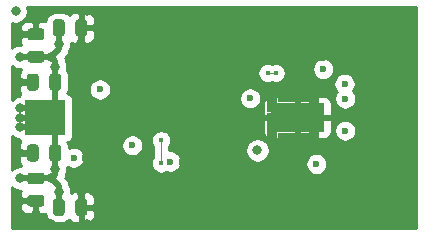
<source format=gbr>
%TF.GenerationSoftware,KiCad,Pcbnew,5.1.9-73d0e3b20d~88~ubuntu20.04.1*%
%TF.CreationDate,2021-03-27T20:59:08+01:00*%
%TF.ProjectId,calvin,63616c76-696e-42e6-9b69-6361645f7063,v1.00*%
%TF.SameCoordinates,Original*%
%TF.FileFunction,Copper,L4,Bot*%
%TF.FilePolarity,Positive*%
%FSLAX46Y46*%
G04 Gerber Fmt 4.6, Leading zero omitted, Abs format (unit mm)*
G04 Created by KiCad (PCBNEW 5.1.9-73d0e3b20d~88~ubuntu20.04.1) date 2021-03-27 20:59:08*
%MOMM*%
%LPD*%
G01*
G04 APERTURE LIST*
%TA.AperFunction,SMDPad,CuDef*%
%ADD10C,0.100000*%
%TD*%
%TA.AperFunction,ComponentPad*%
%ADD11R,0.880000X0.880000*%
%TD*%
%TA.AperFunction,ViaPad*%
%ADD12C,0.800000*%
%TD*%
%TA.AperFunction,ViaPad*%
%ADD13C,0.600000*%
%TD*%
%TA.AperFunction,ViaPad*%
%ADD14C,0.450000*%
%TD*%
%TA.AperFunction,Conductor*%
%ADD15C,0.500000*%
%TD*%
%TA.AperFunction,Conductor*%
%ADD16C,0.250000*%
%TD*%
%TA.AperFunction,Conductor*%
%ADD17C,0.100000*%
%TD*%
%TA.AperFunction,Conductor*%
%ADD18C,0.200000*%
%TD*%
%TA.AperFunction,Conductor*%
%ADD19C,0.254000*%
%TD*%
G04 APERTURE END LIST*
%TA.AperFunction,SMDPad,CuDef*%
D10*
%TO.P,BT1,1*%
%TO.N,+3V3*%
G36*
X135200000Y-98500000D02*
G01*
X135200000Y-101500000D01*
X131800000Y-101500000D01*
X131800000Y-98500000D01*
X135200000Y-98500000D01*
G37*
%TD.AperFunction*%
%TA.AperFunction,SMDPad,CuDef*%
%TO.P,BT1,2*%
%TO.N,GND*%
G36*
X157100000Y-98800000D02*
G01*
X157100000Y-101200000D01*
X152600000Y-101200000D01*
X152600000Y-98800000D01*
X157100000Y-98800000D01*
G37*
%TD.AperFunction*%
%TD*%
%TO.P,C4,2*%
%TO.N,GND*%
%TA.AperFunction,SMDPad,CuDef*%
G36*
G01*
X136050000Y-92875000D02*
X136050000Y-91925000D01*
G75*
G02*
X136300000Y-91675000I250000J0D01*
G01*
X136800000Y-91675000D01*
G75*
G02*
X137050000Y-91925000I0J-250000D01*
G01*
X137050000Y-92875000D01*
G75*
G02*
X136800000Y-93125000I-250000J0D01*
G01*
X136300000Y-93125000D01*
G75*
G02*
X136050000Y-92875000I0J250000D01*
G01*
G37*
%TD.AperFunction*%
%TO.P,C4,1*%
%TO.N,+3V3*%
%TA.AperFunction,SMDPad,CuDef*%
G36*
G01*
X134150000Y-92875000D02*
X134150000Y-91925000D01*
G75*
G02*
X134400000Y-91675000I250000J0D01*
G01*
X134900000Y-91675000D01*
G75*
G02*
X135150000Y-91925000I0J-250000D01*
G01*
X135150000Y-92875000D01*
G75*
G02*
X134900000Y-93125000I-250000J0D01*
G01*
X134400000Y-93125000D01*
G75*
G02*
X134150000Y-92875000I0J250000D01*
G01*
G37*
%TD.AperFunction*%
%TD*%
%TO.P,C6,2*%
%TO.N,GND*%
%TA.AperFunction,SMDPad,CuDef*%
G36*
G01*
X133175000Y-93450000D02*
X132225000Y-93450000D01*
G75*
G02*
X131975000Y-93200000I0J250000D01*
G01*
X131975000Y-92700000D01*
G75*
G02*
X132225000Y-92450000I250000J0D01*
G01*
X133175000Y-92450000D01*
G75*
G02*
X133425000Y-92700000I0J-250000D01*
G01*
X133425000Y-93200000D01*
G75*
G02*
X133175000Y-93450000I-250000J0D01*
G01*
G37*
%TD.AperFunction*%
%TO.P,C6,1*%
%TO.N,+3V3*%
%TA.AperFunction,SMDPad,CuDef*%
G36*
G01*
X133175000Y-95350000D02*
X132225000Y-95350000D01*
G75*
G02*
X131975000Y-95100000I0J250000D01*
G01*
X131975000Y-94600000D01*
G75*
G02*
X132225000Y-94350000I250000J0D01*
G01*
X133175000Y-94350000D01*
G75*
G02*
X133425000Y-94600000I0J-250000D01*
G01*
X133425000Y-95100000D01*
G75*
G02*
X133175000Y-95350000I-250000J0D01*
G01*
G37*
%TD.AperFunction*%
%TD*%
%TO.P,C8,2*%
%TO.N,GND*%
%TA.AperFunction,SMDPad,CuDef*%
G36*
G01*
X132950000Y-96525000D02*
X132950000Y-97475000D01*
G75*
G02*
X132700000Y-97725000I-250000J0D01*
G01*
X132200000Y-97725000D01*
G75*
G02*
X131950000Y-97475000I0J250000D01*
G01*
X131950000Y-96525000D01*
G75*
G02*
X132200000Y-96275000I250000J0D01*
G01*
X132700000Y-96275000D01*
G75*
G02*
X132950000Y-96525000I0J-250000D01*
G01*
G37*
%TD.AperFunction*%
%TO.P,C8,1*%
%TO.N,+3V3*%
%TA.AperFunction,SMDPad,CuDef*%
G36*
G01*
X134850000Y-96525000D02*
X134850000Y-97475000D01*
G75*
G02*
X134600000Y-97725000I-250000J0D01*
G01*
X134100000Y-97725000D01*
G75*
G02*
X133850000Y-97475000I0J250000D01*
G01*
X133850000Y-96525000D01*
G75*
G02*
X134100000Y-96275000I250000J0D01*
G01*
X134600000Y-96275000D01*
G75*
G02*
X134850000Y-96525000I0J-250000D01*
G01*
G37*
%TD.AperFunction*%
%TD*%
%TO.P,C13,2*%
%TO.N,GND*%
%TA.AperFunction,SMDPad,CuDef*%
G36*
G01*
X136050000Y-108075000D02*
X136050000Y-107125000D01*
G75*
G02*
X136300000Y-106875000I250000J0D01*
G01*
X136800000Y-106875000D01*
G75*
G02*
X137050000Y-107125000I0J-250000D01*
G01*
X137050000Y-108075000D01*
G75*
G02*
X136800000Y-108325000I-250000J0D01*
G01*
X136300000Y-108325000D01*
G75*
G02*
X136050000Y-108075000I0J250000D01*
G01*
G37*
%TD.AperFunction*%
%TO.P,C13,1*%
%TO.N,+3V3*%
%TA.AperFunction,SMDPad,CuDef*%
G36*
G01*
X134150000Y-108075000D02*
X134150000Y-107125000D01*
G75*
G02*
X134400000Y-106875000I250000J0D01*
G01*
X134900000Y-106875000D01*
G75*
G02*
X135150000Y-107125000I0J-250000D01*
G01*
X135150000Y-108075000D01*
G75*
G02*
X134900000Y-108325000I-250000J0D01*
G01*
X134400000Y-108325000D01*
G75*
G02*
X134150000Y-108075000I0J250000D01*
G01*
G37*
%TD.AperFunction*%
%TD*%
%TO.P,C14,2*%
%TO.N,GND*%
%TA.AperFunction,SMDPad,CuDef*%
G36*
G01*
X132225000Y-106550000D02*
X133175000Y-106550000D01*
G75*
G02*
X133425000Y-106800000I0J-250000D01*
G01*
X133425000Y-107300000D01*
G75*
G02*
X133175000Y-107550000I-250000J0D01*
G01*
X132225000Y-107550000D01*
G75*
G02*
X131975000Y-107300000I0J250000D01*
G01*
X131975000Y-106800000D01*
G75*
G02*
X132225000Y-106550000I250000J0D01*
G01*
G37*
%TD.AperFunction*%
%TO.P,C14,1*%
%TO.N,+3V3*%
%TA.AperFunction,SMDPad,CuDef*%
G36*
G01*
X132225000Y-104650000D02*
X133175000Y-104650000D01*
G75*
G02*
X133425000Y-104900000I0J-250000D01*
G01*
X133425000Y-105400000D01*
G75*
G02*
X133175000Y-105650000I-250000J0D01*
G01*
X132225000Y-105650000D01*
G75*
G02*
X131975000Y-105400000I0J250000D01*
G01*
X131975000Y-104900000D01*
G75*
G02*
X132225000Y-104650000I250000J0D01*
G01*
G37*
%TD.AperFunction*%
%TD*%
%TO.P,C15,2*%
%TO.N,GND*%
%TA.AperFunction,SMDPad,CuDef*%
G36*
G01*
X132950000Y-102525000D02*
X132950000Y-103475000D01*
G75*
G02*
X132700000Y-103725000I-250000J0D01*
G01*
X132200000Y-103725000D01*
G75*
G02*
X131950000Y-103475000I0J250000D01*
G01*
X131950000Y-102525000D01*
G75*
G02*
X132200000Y-102275000I250000J0D01*
G01*
X132700000Y-102275000D01*
G75*
G02*
X132950000Y-102525000I0J-250000D01*
G01*
G37*
%TD.AperFunction*%
%TO.P,C15,1*%
%TO.N,+3V3*%
%TA.AperFunction,SMDPad,CuDef*%
G36*
G01*
X134850000Y-102525000D02*
X134850000Y-103475000D01*
G75*
G02*
X134600000Y-103725000I-250000J0D01*
G01*
X134100000Y-103725000D01*
G75*
G02*
X133850000Y-103475000I0J250000D01*
G01*
X133850000Y-102525000D01*
G75*
G02*
X134100000Y-102275000I250000J0D01*
G01*
X134600000Y-102275000D01*
G75*
G02*
X134850000Y-102525000I0J-250000D01*
G01*
G37*
%TD.AperFunction*%
%TD*%
D11*
%TO.P,U2,37*%
%TO.N,GND*%
X156260000Y-101760000D03*
X154500000Y-98240000D03*
X155380000Y-98240000D03*
X156260000Y-98240000D03*
X156260000Y-99120000D03*
X156260000Y-100000000D03*
X154500000Y-100000000D03*
X154500000Y-101760000D03*
X155380000Y-101760000D03*
X156260000Y-100880000D03*
X152740000Y-98240000D03*
X153620000Y-101760000D03*
X152740000Y-100000000D03*
X152740000Y-100880000D03*
X152740000Y-101760000D03*
X153620000Y-98240000D03*
X152740000Y-99120000D03*
%TD*%
D12*
%TO.N,*%
X131000000Y-91000000D03*
D13*
%TO.N,+3V3*%
X158900000Y-101100000D03*
X158900000Y-98400000D03*
X158840000Y-97140000D03*
X157040000Y-95880000D03*
D12*
X134650000Y-93730000D03*
X134030000Y-94850000D03*
X134020000Y-105150000D03*
X134650000Y-106280000D03*
X131380000Y-105150000D03*
X131380000Y-94850000D03*
X151470000Y-102768600D03*
D13*
X135900000Y-103390000D03*
X156460000Y-103920000D03*
D12*
X131400000Y-100800000D03*
X131400000Y-100000000D03*
X131400000Y-99200000D03*
X134350000Y-104319994D03*
X134350000Y-95680004D03*
D13*
X138130000Y-97620000D03*
X140880000Y-102350000D03*
X150855117Y-98370010D03*
X144100000Y-103719994D03*
%TO.N,GND*%
X160640000Y-106400000D03*
X161360000Y-98100000D03*
X161360000Y-97140000D03*
X161380000Y-96170000D03*
X157040000Y-94920000D03*
X154450000Y-94920000D03*
X157270000Y-105660000D03*
D12*
X132700000Y-91850000D03*
X131350000Y-97000000D03*
X131350000Y-103000000D03*
X132700000Y-108150000D03*
X136550000Y-106280000D03*
X131380000Y-107050000D03*
X131380000Y-92950000D03*
X136550000Y-93720000D03*
D13*
X148840000Y-102770000D03*
X136860000Y-103390000D03*
X158600000Y-102790000D03*
X135910000Y-97650000D03*
X141000000Y-97630000D03*
X140100000Y-99510000D03*
X139140012Y-101540000D03*
X142710000Y-98680000D03*
X145100000Y-103730004D03*
X163550000Y-100260000D03*
X164360000Y-101040000D03*
X162330000Y-100260000D03*
X160530000Y-100200000D03*
X161360020Y-101400000D03*
D12*
X132500000Y-91000000D03*
X134000000Y-91000000D03*
X135500000Y-91000000D03*
X137000000Y-91000000D03*
X138500000Y-91000000D03*
X140000000Y-91000000D03*
X141500000Y-91000000D03*
X143000000Y-91000000D03*
X144500000Y-91000000D03*
X146000000Y-91000000D03*
X147500000Y-91000000D03*
X149000000Y-91000000D03*
X150500000Y-91000000D03*
X152000000Y-91000000D03*
X153500000Y-91000000D03*
X155000000Y-91000000D03*
X156500000Y-91000000D03*
X158000000Y-91000000D03*
X159500000Y-91000000D03*
X161000000Y-91000000D03*
X162500000Y-91000000D03*
X164000000Y-91000000D03*
X164500000Y-92000000D03*
X164500000Y-93500000D03*
X164500000Y-95000000D03*
X164500000Y-96500000D03*
X164500000Y-98000000D03*
X163500000Y-98000000D03*
X162500000Y-98000000D03*
X164000000Y-107500000D03*
X164500000Y-106500000D03*
X164500000Y-105000000D03*
X164500000Y-103500000D03*
X164500000Y-102000000D03*
X161000000Y-109000000D03*
X159500000Y-109000000D03*
X158000000Y-109000000D03*
X156500000Y-109000000D03*
X152000000Y-109000000D03*
X150500000Y-109000000D03*
X149000000Y-109000000D03*
X147500000Y-109000000D03*
X146000000Y-109000000D03*
X144500000Y-109000000D03*
X154500000Y-107000000D03*
X140000000Y-109000000D03*
X138500000Y-109000000D03*
X137000000Y-109000000D03*
X135500000Y-109000000D03*
X134000000Y-109000000D03*
X132500000Y-109000000D03*
X131000000Y-109000000D03*
X138000000Y-103500000D03*
X139000000Y-104000000D03*
X142000000Y-104500000D03*
X140500000Y-104500000D03*
X142000000Y-106000000D03*
X143000000Y-107000000D03*
X144500000Y-107500000D03*
X146000000Y-107500000D03*
X147500000Y-107500000D03*
X149000000Y-107500000D03*
X150500000Y-107500000D03*
X152000000Y-107500000D03*
X156000000Y-106000000D03*
X158000000Y-107500000D03*
X159500000Y-107500000D03*
X161000000Y-107500000D03*
X162000000Y-106000000D03*
X162000000Y-104500000D03*
X162000000Y-103000000D03*
X162500000Y-101500000D03*
X160500000Y-95000000D03*
X159500000Y-95000000D03*
X158000000Y-95000000D03*
X153500000Y-95000000D03*
X152000000Y-95000000D03*
X150500000Y-96000000D03*
X149000000Y-97000000D03*
X147500000Y-97000000D03*
X146000000Y-97000000D03*
X144500000Y-97000000D03*
X143000000Y-97000000D03*
X141500000Y-96000000D03*
X140000000Y-96000000D03*
X138500000Y-96000000D03*
X137000000Y-96500000D03*
X156500000Y-107500000D03*
X162500000Y-107500000D03*
X150500000Y-93500000D03*
X147500000Y-93500000D03*
X144500000Y-93500000D03*
X141500000Y-93500000D03*
X138500000Y-93500000D03*
X153500000Y-93500000D03*
X156500000Y-93500000D03*
X159500000Y-93500000D03*
X162500000Y-93500000D03*
X140000000Y-106500000D03*
D14*
%TO.N,dbg_reset*%
X143319996Y-103880000D03*
X152320000Y-96220000D03*
X153000008Y-96220000D03*
X143319998Y-101930000D03*
%TD*%
D15*
%TO.N,+3V3*%
X134650000Y-92400000D02*
X134650000Y-93730000D01*
X132700000Y-94850000D02*
X134030000Y-94850000D01*
X132700000Y-105150000D02*
X134020000Y-105150000D01*
X134650000Y-107600000D02*
X134650000Y-106280000D01*
X132700000Y-105150000D02*
X131380000Y-105150000D01*
X132700000Y-94850000D02*
X131380000Y-94850000D01*
D16*
X133500000Y-100000000D02*
X135000000Y-100000000D01*
X133500000Y-100000000D02*
X133500000Y-99800000D01*
D15*
X132900000Y-99200000D02*
X131400000Y-99200000D01*
D16*
X133500000Y-99800000D02*
X132900000Y-99200000D01*
X133500000Y-100000000D02*
X133500000Y-100200000D01*
D15*
X132900000Y-100800000D02*
X131400000Y-100800000D01*
D16*
X133500000Y-100200000D02*
X132900000Y-100800000D01*
D15*
X131400000Y-100000000D02*
X133500000Y-100000000D01*
D16*
X134350000Y-99150000D02*
X133500000Y-100000000D01*
D15*
X134350000Y-97000000D02*
X134350000Y-99150000D01*
D16*
X134350000Y-100850000D02*
X133500000Y-100000000D01*
D15*
X134350000Y-103000000D02*
X134350000Y-100850000D01*
X134350000Y-103000000D02*
X134350000Y-104319994D01*
X134350000Y-97000000D02*
X134350000Y-95680004D01*
X134350000Y-95170000D02*
X134030000Y-94850000D01*
X134350000Y-95680004D02*
X134350000Y-95170000D01*
X134350000Y-104820000D02*
X134020000Y-105150000D01*
X134350000Y-104319994D02*
X134350000Y-104820000D01*
X134650000Y-105780000D02*
X134020000Y-105150000D01*
X134650000Y-106280000D02*
X134650000Y-105780000D01*
X134650000Y-94230000D02*
X134030000Y-94850000D01*
X134650000Y-93730000D02*
X134650000Y-94230000D01*
%TO.N,GND*%
X132700000Y-92950000D02*
X132700000Y-91850000D01*
X132450000Y-97000000D02*
X131350000Y-97000000D01*
X132450000Y-103000000D02*
X131350000Y-103000000D01*
X132700000Y-107050000D02*
X132700000Y-108150000D01*
X136550000Y-107600000D02*
X136550000Y-106280000D01*
X132700000Y-107050000D02*
X131380000Y-107050000D01*
X132700000Y-92950000D02*
X131380000Y-92950000D01*
X136550000Y-92400000D02*
X136550000Y-93720000D01*
D17*
%TO.N,dbg_reset*%
X152320000Y-96220000D02*
X153000008Y-96220000D01*
D18*
X143320012Y-101930014D02*
X143319998Y-101930000D01*
D17*
X143319998Y-103879998D02*
X143319996Y-103880000D01*
X143319998Y-101930000D02*
X143319998Y-103879998D01*
%TD*%
D19*
%TO.N,GND*%
X164873000Y-109340000D02*
X130660000Y-109340000D01*
X130660000Y-107550000D01*
X131336928Y-107550000D01*
X131349188Y-107674482D01*
X131385498Y-107794180D01*
X131444463Y-107904494D01*
X131523815Y-108001185D01*
X131620506Y-108080537D01*
X131730820Y-108139502D01*
X131850518Y-108175812D01*
X131975000Y-108188072D01*
X132414250Y-108185000D01*
X132573000Y-108026250D01*
X132573000Y-107177000D01*
X131498750Y-107177000D01*
X131340000Y-107335750D01*
X131336928Y-107550000D01*
X130660000Y-107550000D01*
X130660000Y-105893711D01*
X130720226Y-105953937D01*
X130889744Y-106067205D01*
X131078102Y-106145226D01*
X131278061Y-106185000D01*
X131453085Y-106185000D01*
X131444463Y-106195506D01*
X131385498Y-106305820D01*
X131349188Y-106425518D01*
X131336928Y-106550000D01*
X131340000Y-106764250D01*
X131498750Y-106923000D01*
X132573000Y-106923000D01*
X132573000Y-106903000D01*
X132827000Y-106903000D01*
X132827000Y-106923000D01*
X132847000Y-106923000D01*
X132847000Y-107177000D01*
X132827000Y-107177000D01*
X132827000Y-108026250D01*
X132985750Y-108185000D01*
X133425000Y-108188072D01*
X133522122Y-108178507D01*
X133528992Y-108248254D01*
X133579528Y-108414850D01*
X133661595Y-108568386D01*
X133772038Y-108702962D01*
X133906614Y-108813405D01*
X134060150Y-108895472D01*
X134226746Y-108946008D01*
X134400000Y-108963072D01*
X134900000Y-108963072D01*
X135073254Y-108946008D01*
X135239850Y-108895472D01*
X135393386Y-108813405D01*
X135527962Y-108702962D01*
X135533342Y-108696406D01*
X135598815Y-108776185D01*
X135695506Y-108855537D01*
X135805820Y-108914502D01*
X135925518Y-108950812D01*
X136050000Y-108963072D01*
X136264250Y-108960000D01*
X136423000Y-108801250D01*
X136423000Y-107727000D01*
X136677000Y-107727000D01*
X136677000Y-108801250D01*
X136835750Y-108960000D01*
X137050000Y-108963072D01*
X137174482Y-108950812D01*
X137294180Y-108914502D01*
X137404494Y-108855537D01*
X137501185Y-108776185D01*
X137580537Y-108679494D01*
X137639502Y-108569180D01*
X137675812Y-108449482D01*
X137688072Y-108325000D01*
X137685000Y-107885750D01*
X137526250Y-107727000D01*
X136677000Y-107727000D01*
X136423000Y-107727000D01*
X136403000Y-107727000D01*
X136403000Y-107473000D01*
X136423000Y-107473000D01*
X136423000Y-106398750D01*
X136677000Y-106398750D01*
X136677000Y-107473000D01*
X137526250Y-107473000D01*
X137685000Y-107314250D01*
X137688072Y-106875000D01*
X137675812Y-106750518D01*
X137639502Y-106630820D01*
X137580537Y-106520506D01*
X137501185Y-106423815D01*
X137404494Y-106344463D01*
X137294180Y-106285498D01*
X137174482Y-106249188D01*
X137050000Y-106236928D01*
X136835750Y-106240000D01*
X136677000Y-106398750D01*
X136423000Y-106398750D01*
X136264250Y-106240000D01*
X136050000Y-106236928D01*
X135925518Y-106249188D01*
X135805820Y-106285498D01*
X135695506Y-106344463D01*
X135685000Y-106353085D01*
X135685000Y-106178061D01*
X135645226Y-105978102D01*
X135567205Y-105789744D01*
X135535579Y-105742413D01*
X135535000Y-105736531D01*
X135535000Y-105736523D01*
X135522195Y-105606510D01*
X135512107Y-105573254D01*
X135471589Y-105439686D01*
X135389411Y-105285941D01*
X135306532Y-105184953D01*
X135306530Y-105184951D01*
X135278817Y-105151183D01*
X135245049Y-105123470D01*
X135197262Y-105075683D01*
X135222195Y-104993490D01*
X135235000Y-104863477D01*
X135235000Y-104863467D01*
X135235580Y-104857581D01*
X135267205Y-104810250D01*
X135345226Y-104621892D01*
X135385000Y-104421933D01*
X135385000Y-104218055D01*
X135374069Y-104163099D01*
X135457111Y-104218586D01*
X135627271Y-104289068D01*
X135807911Y-104325000D01*
X135992089Y-104325000D01*
X136172729Y-104289068D01*
X136342889Y-104218586D01*
X136496028Y-104116262D01*
X136626262Y-103986028D01*
X136728586Y-103832889D01*
X136744156Y-103795297D01*
X142459996Y-103795297D01*
X142459996Y-103964703D01*
X142493045Y-104130853D01*
X142557874Y-104287363D01*
X142651991Y-104428218D01*
X142771778Y-104548005D01*
X142912633Y-104642122D01*
X143069143Y-104706951D01*
X143235293Y-104740000D01*
X143404699Y-104740000D01*
X143570849Y-104706951D01*
X143727359Y-104642122D01*
X143786898Y-104602339D01*
X143827271Y-104619062D01*
X144007911Y-104654994D01*
X144192089Y-104654994D01*
X144372729Y-104619062D01*
X144542889Y-104548580D01*
X144696028Y-104446256D01*
X144826262Y-104316022D01*
X144928586Y-104162883D01*
X144999068Y-103992723D01*
X145031851Y-103827911D01*
X155525000Y-103827911D01*
X155525000Y-104012089D01*
X155560932Y-104192729D01*
X155631414Y-104362889D01*
X155733738Y-104516028D01*
X155863972Y-104646262D01*
X156017111Y-104748586D01*
X156187271Y-104819068D01*
X156367911Y-104855000D01*
X156552089Y-104855000D01*
X156732729Y-104819068D01*
X156902889Y-104748586D01*
X157056028Y-104646262D01*
X157186262Y-104516028D01*
X157288586Y-104362889D01*
X157359068Y-104192729D01*
X157395000Y-104012089D01*
X157395000Y-103827911D01*
X157359068Y-103647271D01*
X157288586Y-103477111D01*
X157186262Y-103323972D01*
X157056028Y-103193738D01*
X156902889Y-103091414D01*
X156732729Y-103020932D01*
X156552089Y-102985000D01*
X156367911Y-102985000D01*
X156187271Y-103020932D01*
X156017111Y-103091414D01*
X155863972Y-103193738D01*
X155733738Y-103323972D01*
X155631414Y-103477111D01*
X155560932Y-103647271D01*
X155525000Y-103827911D01*
X145031851Y-103827911D01*
X145035000Y-103812083D01*
X145035000Y-103627905D01*
X144999068Y-103447265D01*
X144928586Y-103277105D01*
X144826262Y-103123966D01*
X144696028Y-102993732D01*
X144542889Y-102891408D01*
X144372729Y-102820926D01*
X144192089Y-102784994D01*
X144007911Y-102784994D01*
X144004998Y-102785573D01*
X144004998Y-102666661D01*
X150435000Y-102666661D01*
X150435000Y-102870539D01*
X150474774Y-103070498D01*
X150552795Y-103258856D01*
X150666063Y-103428374D01*
X150810226Y-103572537D01*
X150979744Y-103685805D01*
X151168102Y-103763826D01*
X151368061Y-103803600D01*
X151571939Y-103803600D01*
X151771898Y-103763826D01*
X151960256Y-103685805D01*
X152129774Y-103572537D01*
X152273937Y-103428374D01*
X152387205Y-103258856D01*
X152465226Y-103070498D01*
X152505000Y-102870539D01*
X152505000Y-102666661D01*
X152465226Y-102466702D01*
X152387205Y-102278344D01*
X152273937Y-102108826D01*
X152129774Y-101964663D01*
X151960256Y-101851395D01*
X151771898Y-101773374D01*
X151571939Y-101733600D01*
X151368061Y-101733600D01*
X151168102Y-101773374D01*
X150979744Y-101851395D01*
X150810226Y-101964663D01*
X150666063Y-102108826D01*
X150552795Y-102278344D01*
X150474774Y-102466702D01*
X150435000Y-102666661D01*
X144004998Y-102666661D01*
X144004998Y-102452783D01*
X144082120Y-102337363D01*
X144146949Y-102180853D01*
X144179998Y-102014703D01*
X144179998Y-101845297D01*
X144146949Y-101679147D01*
X144082120Y-101522637D01*
X143988003Y-101381782D01*
X143868216Y-101261995D01*
X143727361Y-101167878D01*
X143570851Y-101103049D01*
X143404701Y-101070000D01*
X143235295Y-101070000D01*
X143069145Y-101103049D01*
X142912635Y-101167878D01*
X142771780Y-101261995D01*
X142651993Y-101381782D01*
X142557876Y-101522637D01*
X142493047Y-101679147D01*
X142459998Y-101845297D01*
X142459998Y-102014703D01*
X142493047Y-102180853D01*
X142557876Y-102337363D01*
X142634998Y-102452784D01*
X142634999Y-103357213D01*
X142557874Y-103472637D01*
X142493045Y-103629147D01*
X142459996Y-103795297D01*
X136744156Y-103795297D01*
X136799068Y-103662729D01*
X136835000Y-103482089D01*
X136835000Y-103297911D01*
X136799068Y-103117271D01*
X136728586Y-102947111D01*
X136626262Y-102793972D01*
X136496028Y-102663738D01*
X136342889Y-102561414D01*
X136172729Y-102490932D01*
X135992089Y-102455000D01*
X135807911Y-102455000D01*
X135627271Y-102490932D01*
X135488072Y-102548590D01*
X135488072Y-102525000D01*
X135471008Y-102351746D01*
X135442544Y-102257911D01*
X139945000Y-102257911D01*
X139945000Y-102442089D01*
X139980932Y-102622729D01*
X140051414Y-102792889D01*
X140153738Y-102946028D01*
X140283972Y-103076262D01*
X140437111Y-103178586D01*
X140607271Y-103249068D01*
X140787911Y-103285000D01*
X140972089Y-103285000D01*
X141152729Y-103249068D01*
X141322889Y-103178586D01*
X141476028Y-103076262D01*
X141606262Y-102946028D01*
X141708586Y-102792889D01*
X141779068Y-102622729D01*
X141815000Y-102442089D01*
X141815000Y-102257911D01*
X141779068Y-102077271D01*
X141708586Y-101907111D01*
X141606262Y-101753972D01*
X141476028Y-101623738D01*
X141322889Y-101521414D01*
X141152729Y-101450932D01*
X140972089Y-101415000D01*
X140787911Y-101415000D01*
X140607271Y-101450932D01*
X140437111Y-101521414D01*
X140283972Y-101623738D01*
X140153738Y-101753972D01*
X140051414Y-101907111D01*
X139980932Y-102077271D01*
X139945000Y-102257911D01*
X135442544Y-102257911D01*
X135420472Y-102185150D01*
X135379788Y-102109035D01*
X135444180Y-102089502D01*
X135554494Y-102030537D01*
X135651185Y-101951185D01*
X135730537Y-101854494D01*
X135789502Y-101744180D01*
X135825812Y-101624482D01*
X135838072Y-101500000D01*
X135838072Y-100127000D01*
X151961928Y-100127000D01*
X151961928Y-101200000D01*
X151974188Y-101324482D01*
X152010498Y-101444180D01*
X152069463Y-101554494D01*
X152148815Y-101651185D01*
X152245506Y-101730537D01*
X152355820Y-101789502D01*
X152475518Y-101825812D01*
X152600000Y-101838072D01*
X154723000Y-101838072D01*
X154723000Y-100127000D01*
X154977000Y-100127000D01*
X154977000Y-101838072D01*
X157100000Y-101838072D01*
X157224482Y-101825812D01*
X157344180Y-101789502D01*
X157454494Y-101730537D01*
X157551185Y-101651185D01*
X157630537Y-101554494D01*
X157689502Y-101444180D01*
X157725812Y-101324482D01*
X157738072Y-101200000D01*
X157738072Y-101007911D01*
X157965000Y-101007911D01*
X157965000Y-101192089D01*
X158000932Y-101372729D01*
X158071414Y-101542889D01*
X158173738Y-101696028D01*
X158303972Y-101826262D01*
X158457111Y-101928586D01*
X158627271Y-101999068D01*
X158807911Y-102035000D01*
X158992089Y-102035000D01*
X159172729Y-101999068D01*
X159342889Y-101928586D01*
X159496028Y-101826262D01*
X159626262Y-101696028D01*
X159728586Y-101542889D01*
X159799068Y-101372729D01*
X159835000Y-101192089D01*
X159835000Y-101007911D01*
X159799068Y-100827271D01*
X159728586Y-100657111D01*
X159626262Y-100503972D01*
X159496028Y-100373738D01*
X159342889Y-100271414D01*
X159172729Y-100200932D01*
X158992089Y-100165000D01*
X158807911Y-100165000D01*
X158627271Y-100200932D01*
X158457111Y-100271414D01*
X158303972Y-100373738D01*
X158173738Y-100503972D01*
X158071414Y-100657111D01*
X158000932Y-100827271D01*
X157965000Y-101007911D01*
X157738072Y-101007911D01*
X157738072Y-100127000D01*
X154977000Y-100127000D01*
X154723000Y-100127000D01*
X151961928Y-100127000D01*
X135838072Y-100127000D01*
X135838072Y-98500000D01*
X135825812Y-98375518D01*
X135789502Y-98255820D01*
X135730537Y-98145506D01*
X135651185Y-98048815D01*
X135554494Y-97969463D01*
X135444180Y-97910498D01*
X135379788Y-97890965D01*
X135420472Y-97814850D01*
X135471008Y-97648254D01*
X135482860Y-97527911D01*
X137195000Y-97527911D01*
X137195000Y-97712089D01*
X137230932Y-97892729D01*
X137301414Y-98062889D01*
X137403738Y-98216028D01*
X137533972Y-98346262D01*
X137687111Y-98448586D01*
X137857271Y-98519068D01*
X138037911Y-98555000D01*
X138222089Y-98555000D01*
X138402729Y-98519068D01*
X138572889Y-98448586D01*
X138726028Y-98346262D01*
X138794369Y-98277921D01*
X149920117Y-98277921D01*
X149920117Y-98462099D01*
X149956049Y-98642739D01*
X150026531Y-98812899D01*
X150128855Y-98966038D01*
X150259089Y-99096272D01*
X150412228Y-99198596D01*
X150582388Y-99269078D01*
X150763028Y-99305010D01*
X150947206Y-99305010D01*
X151127846Y-99269078D01*
X151298006Y-99198596D01*
X151451145Y-99096272D01*
X151581379Y-98966038D01*
X151683703Y-98812899D01*
X151689045Y-98800000D01*
X151961928Y-98800000D01*
X151961928Y-99873000D01*
X154723000Y-99873000D01*
X154723000Y-98161928D01*
X154977000Y-98161928D01*
X154977000Y-99873000D01*
X157738072Y-99873000D01*
X157738072Y-98800000D01*
X157725812Y-98675518D01*
X157689502Y-98555820D01*
X157630537Y-98445506D01*
X157551185Y-98348815D01*
X157454494Y-98269463D01*
X157344180Y-98210498D01*
X157224482Y-98174188D01*
X157100000Y-98161928D01*
X154977000Y-98161928D01*
X154723000Y-98161928D01*
X152600000Y-98161928D01*
X152475518Y-98174188D01*
X152355820Y-98210498D01*
X152245506Y-98269463D01*
X152148815Y-98348815D01*
X152069463Y-98445506D01*
X152010498Y-98555820D01*
X151974188Y-98675518D01*
X151961928Y-98800000D01*
X151689045Y-98800000D01*
X151754185Y-98642739D01*
X151790117Y-98462099D01*
X151790117Y-98277921D01*
X151754185Y-98097281D01*
X151683703Y-97927121D01*
X151581379Y-97773982D01*
X151451145Y-97643748D01*
X151298006Y-97541424D01*
X151127846Y-97470942D01*
X150947206Y-97435010D01*
X150763028Y-97435010D01*
X150582388Y-97470942D01*
X150412228Y-97541424D01*
X150259089Y-97643748D01*
X150128855Y-97773982D01*
X150026531Y-97927121D01*
X149956049Y-98097281D01*
X149920117Y-98277921D01*
X138794369Y-98277921D01*
X138856262Y-98216028D01*
X138958586Y-98062889D01*
X139029068Y-97892729D01*
X139065000Y-97712089D01*
X139065000Y-97527911D01*
X139029068Y-97347271D01*
X138958586Y-97177111D01*
X138856262Y-97023972D01*
X138726028Y-96893738D01*
X138572889Y-96791414D01*
X138402729Y-96720932D01*
X138222089Y-96685000D01*
X138037911Y-96685000D01*
X137857271Y-96720932D01*
X137687111Y-96791414D01*
X137533972Y-96893738D01*
X137403738Y-97023972D01*
X137301414Y-97177111D01*
X137230932Y-97347271D01*
X137195000Y-97527911D01*
X135482860Y-97527911D01*
X135488072Y-97475000D01*
X135488072Y-96525000D01*
X135471008Y-96351746D01*
X135420472Y-96185150D01*
X135393825Y-96135297D01*
X151460000Y-96135297D01*
X151460000Y-96304703D01*
X151493049Y-96470853D01*
X151557878Y-96627363D01*
X151651995Y-96768218D01*
X151771782Y-96888005D01*
X151912637Y-96982122D01*
X152069147Y-97046951D01*
X152235297Y-97080000D01*
X152404703Y-97080000D01*
X152570853Y-97046951D01*
X152660004Y-97010023D01*
X152749155Y-97046951D01*
X152915305Y-97080000D01*
X153084711Y-97080000D01*
X153246034Y-97047911D01*
X157905000Y-97047911D01*
X157905000Y-97232089D01*
X157940932Y-97412729D01*
X158011414Y-97582889D01*
X158113738Y-97736028D01*
X158177710Y-97800000D01*
X158173738Y-97803972D01*
X158071414Y-97957111D01*
X158000932Y-98127271D01*
X157965000Y-98307911D01*
X157965000Y-98492089D01*
X158000932Y-98672729D01*
X158071414Y-98842889D01*
X158173738Y-98996028D01*
X158303972Y-99126262D01*
X158457111Y-99228586D01*
X158627271Y-99299068D01*
X158807911Y-99335000D01*
X158992089Y-99335000D01*
X159172729Y-99299068D01*
X159342889Y-99228586D01*
X159496028Y-99126262D01*
X159626262Y-98996028D01*
X159728586Y-98842889D01*
X159799068Y-98672729D01*
X159835000Y-98492089D01*
X159835000Y-98307911D01*
X159799068Y-98127271D01*
X159728586Y-97957111D01*
X159626262Y-97803972D01*
X159562290Y-97740000D01*
X159566262Y-97736028D01*
X159668586Y-97582889D01*
X159739068Y-97412729D01*
X159775000Y-97232089D01*
X159775000Y-97047911D01*
X159739068Y-96867271D01*
X159668586Y-96697111D01*
X159566262Y-96543972D01*
X159436028Y-96413738D01*
X159282889Y-96311414D01*
X159112729Y-96240932D01*
X158932089Y-96205000D01*
X158747911Y-96205000D01*
X158567271Y-96240932D01*
X158397111Y-96311414D01*
X158243972Y-96413738D01*
X158113738Y-96543972D01*
X158011414Y-96697111D01*
X157940932Y-96867271D01*
X157905000Y-97047911D01*
X153246034Y-97047911D01*
X153250861Y-97046951D01*
X153407371Y-96982122D01*
X153548226Y-96888005D01*
X153668013Y-96768218D01*
X153762130Y-96627363D01*
X153826959Y-96470853D01*
X153860008Y-96304703D01*
X153860008Y-96135297D01*
X153826959Y-95969147D01*
X153762130Y-95812637D01*
X153745609Y-95787911D01*
X156105000Y-95787911D01*
X156105000Y-95972089D01*
X156140932Y-96152729D01*
X156211414Y-96322889D01*
X156313738Y-96476028D01*
X156443972Y-96606262D01*
X156597111Y-96708586D01*
X156767271Y-96779068D01*
X156947911Y-96815000D01*
X157132089Y-96815000D01*
X157312729Y-96779068D01*
X157482889Y-96708586D01*
X157636028Y-96606262D01*
X157766262Y-96476028D01*
X157868586Y-96322889D01*
X157939068Y-96152729D01*
X157975000Y-95972089D01*
X157975000Y-95787911D01*
X157939068Y-95607271D01*
X157868586Y-95437111D01*
X157766262Y-95283972D01*
X157636028Y-95153738D01*
X157482889Y-95051414D01*
X157312729Y-94980932D01*
X157132089Y-94945000D01*
X156947911Y-94945000D01*
X156767271Y-94980932D01*
X156597111Y-95051414D01*
X156443972Y-95153738D01*
X156313738Y-95283972D01*
X156211414Y-95437111D01*
X156140932Y-95607271D01*
X156105000Y-95787911D01*
X153745609Y-95787911D01*
X153668013Y-95671782D01*
X153548226Y-95551995D01*
X153407371Y-95457878D01*
X153250861Y-95393049D01*
X153084711Y-95360000D01*
X152915305Y-95360000D01*
X152749155Y-95393049D01*
X152660004Y-95429977D01*
X152570853Y-95393049D01*
X152404703Y-95360000D01*
X152235297Y-95360000D01*
X152069147Y-95393049D01*
X151912637Y-95457878D01*
X151771782Y-95551995D01*
X151651995Y-95671782D01*
X151557878Y-95812637D01*
X151493049Y-95969147D01*
X151460000Y-96135297D01*
X135393825Y-96135297D01*
X135338405Y-96031614D01*
X135329253Y-96020463D01*
X135345226Y-95981902D01*
X135385000Y-95781943D01*
X135385000Y-95578065D01*
X135345226Y-95378106D01*
X135267205Y-95189748D01*
X135236735Y-95144146D01*
X135235000Y-95126533D01*
X135235000Y-95126523D01*
X135222195Y-94996510D01*
X135201917Y-94929662D01*
X135245049Y-94886530D01*
X135278817Y-94858817D01*
X135389411Y-94724059D01*
X135471589Y-94570313D01*
X135522195Y-94403490D01*
X135535000Y-94273477D01*
X135535000Y-94273467D01*
X135535579Y-94267588D01*
X135567205Y-94220256D01*
X135645226Y-94031898D01*
X135685000Y-93831939D01*
X135685000Y-93646915D01*
X135695506Y-93655537D01*
X135805820Y-93714502D01*
X135925518Y-93750812D01*
X136050000Y-93763072D01*
X136264250Y-93760000D01*
X136423000Y-93601250D01*
X136423000Y-92527000D01*
X136677000Y-92527000D01*
X136677000Y-93601250D01*
X136835750Y-93760000D01*
X137050000Y-93763072D01*
X137174482Y-93750812D01*
X137294180Y-93714502D01*
X137404494Y-93655537D01*
X137501185Y-93576185D01*
X137580537Y-93479494D01*
X137639502Y-93369180D01*
X137675812Y-93249482D01*
X137688072Y-93125000D01*
X137685000Y-92685750D01*
X137526250Y-92527000D01*
X136677000Y-92527000D01*
X136423000Y-92527000D01*
X136403000Y-92527000D01*
X136403000Y-92273000D01*
X136423000Y-92273000D01*
X136423000Y-91198750D01*
X136677000Y-91198750D01*
X136677000Y-92273000D01*
X137526250Y-92273000D01*
X137685000Y-92114250D01*
X137688072Y-91675000D01*
X137675812Y-91550518D01*
X137639502Y-91430820D01*
X137580537Y-91320506D01*
X137501185Y-91223815D01*
X137404494Y-91144463D01*
X137294180Y-91085498D01*
X137174482Y-91049188D01*
X137050000Y-91036928D01*
X136835750Y-91040000D01*
X136677000Y-91198750D01*
X136423000Y-91198750D01*
X136264250Y-91040000D01*
X136050000Y-91036928D01*
X135925518Y-91049188D01*
X135805820Y-91085498D01*
X135695506Y-91144463D01*
X135598815Y-91223815D01*
X135533342Y-91303594D01*
X135527962Y-91297038D01*
X135393386Y-91186595D01*
X135239850Y-91104528D01*
X135073254Y-91053992D01*
X134900000Y-91036928D01*
X134400000Y-91036928D01*
X134226746Y-91053992D01*
X134060150Y-91104528D01*
X133906614Y-91186595D01*
X133772038Y-91297038D01*
X133661595Y-91431614D01*
X133579528Y-91585150D01*
X133528992Y-91751746D01*
X133522122Y-91821493D01*
X133425000Y-91811928D01*
X132985750Y-91815000D01*
X132827000Y-91973750D01*
X132827000Y-92823000D01*
X132847000Y-92823000D01*
X132847000Y-93077000D01*
X132827000Y-93077000D01*
X132827000Y-93097000D01*
X132573000Y-93097000D01*
X132573000Y-93077000D01*
X131498750Y-93077000D01*
X131340000Y-93235750D01*
X131336928Y-93450000D01*
X131349188Y-93574482D01*
X131385498Y-93694180D01*
X131444463Y-93804494D01*
X131453085Y-93815000D01*
X131278061Y-93815000D01*
X131078102Y-93854774D01*
X130889744Y-93932795D01*
X130720226Y-94046063D01*
X130660000Y-94106289D01*
X130660000Y-92450000D01*
X131336928Y-92450000D01*
X131340000Y-92664250D01*
X131498750Y-92823000D01*
X132573000Y-92823000D01*
X132573000Y-91973750D01*
X132414250Y-91815000D01*
X131975000Y-91811928D01*
X131850518Y-91824188D01*
X131730820Y-91860498D01*
X131620506Y-91919463D01*
X131523815Y-91998815D01*
X131444463Y-92095506D01*
X131385498Y-92205820D01*
X131349188Y-92325518D01*
X131336928Y-92450000D01*
X130660000Y-92450000D01*
X130660000Y-91979444D01*
X130698102Y-91995226D01*
X130898061Y-92035000D01*
X131101939Y-92035000D01*
X131301898Y-91995226D01*
X131490256Y-91917205D01*
X131659774Y-91803937D01*
X131803937Y-91659774D01*
X131917205Y-91490256D01*
X131995226Y-91301898D01*
X132035000Y-91101939D01*
X132035000Y-90898061D01*
X131995226Y-90698102D01*
X131979444Y-90660000D01*
X164873000Y-90660000D01*
X164873000Y-109340000D01*
%TA.AperFunction,Conductor*%
D17*
G36*
X164873000Y-109340000D02*
G01*
X130660000Y-109340000D01*
X130660000Y-107550000D01*
X131336928Y-107550000D01*
X131349188Y-107674482D01*
X131385498Y-107794180D01*
X131444463Y-107904494D01*
X131523815Y-108001185D01*
X131620506Y-108080537D01*
X131730820Y-108139502D01*
X131850518Y-108175812D01*
X131975000Y-108188072D01*
X132414250Y-108185000D01*
X132573000Y-108026250D01*
X132573000Y-107177000D01*
X131498750Y-107177000D01*
X131340000Y-107335750D01*
X131336928Y-107550000D01*
X130660000Y-107550000D01*
X130660000Y-105893711D01*
X130720226Y-105953937D01*
X130889744Y-106067205D01*
X131078102Y-106145226D01*
X131278061Y-106185000D01*
X131453085Y-106185000D01*
X131444463Y-106195506D01*
X131385498Y-106305820D01*
X131349188Y-106425518D01*
X131336928Y-106550000D01*
X131340000Y-106764250D01*
X131498750Y-106923000D01*
X132573000Y-106923000D01*
X132573000Y-106903000D01*
X132827000Y-106903000D01*
X132827000Y-106923000D01*
X132847000Y-106923000D01*
X132847000Y-107177000D01*
X132827000Y-107177000D01*
X132827000Y-108026250D01*
X132985750Y-108185000D01*
X133425000Y-108188072D01*
X133522122Y-108178507D01*
X133528992Y-108248254D01*
X133579528Y-108414850D01*
X133661595Y-108568386D01*
X133772038Y-108702962D01*
X133906614Y-108813405D01*
X134060150Y-108895472D01*
X134226746Y-108946008D01*
X134400000Y-108963072D01*
X134900000Y-108963072D01*
X135073254Y-108946008D01*
X135239850Y-108895472D01*
X135393386Y-108813405D01*
X135527962Y-108702962D01*
X135533342Y-108696406D01*
X135598815Y-108776185D01*
X135695506Y-108855537D01*
X135805820Y-108914502D01*
X135925518Y-108950812D01*
X136050000Y-108963072D01*
X136264250Y-108960000D01*
X136423000Y-108801250D01*
X136423000Y-107727000D01*
X136677000Y-107727000D01*
X136677000Y-108801250D01*
X136835750Y-108960000D01*
X137050000Y-108963072D01*
X137174482Y-108950812D01*
X137294180Y-108914502D01*
X137404494Y-108855537D01*
X137501185Y-108776185D01*
X137580537Y-108679494D01*
X137639502Y-108569180D01*
X137675812Y-108449482D01*
X137688072Y-108325000D01*
X137685000Y-107885750D01*
X137526250Y-107727000D01*
X136677000Y-107727000D01*
X136423000Y-107727000D01*
X136403000Y-107727000D01*
X136403000Y-107473000D01*
X136423000Y-107473000D01*
X136423000Y-106398750D01*
X136677000Y-106398750D01*
X136677000Y-107473000D01*
X137526250Y-107473000D01*
X137685000Y-107314250D01*
X137688072Y-106875000D01*
X137675812Y-106750518D01*
X137639502Y-106630820D01*
X137580537Y-106520506D01*
X137501185Y-106423815D01*
X137404494Y-106344463D01*
X137294180Y-106285498D01*
X137174482Y-106249188D01*
X137050000Y-106236928D01*
X136835750Y-106240000D01*
X136677000Y-106398750D01*
X136423000Y-106398750D01*
X136264250Y-106240000D01*
X136050000Y-106236928D01*
X135925518Y-106249188D01*
X135805820Y-106285498D01*
X135695506Y-106344463D01*
X135685000Y-106353085D01*
X135685000Y-106178061D01*
X135645226Y-105978102D01*
X135567205Y-105789744D01*
X135535579Y-105742413D01*
X135535000Y-105736531D01*
X135535000Y-105736523D01*
X135522195Y-105606510D01*
X135512107Y-105573254D01*
X135471589Y-105439686D01*
X135389411Y-105285941D01*
X135306532Y-105184953D01*
X135306530Y-105184951D01*
X135278817Y-105151183D01*
X135245049Y-105123470D01*
X135197262Y-105075683D01*
X135222195Y-104993490D01*
X135235000Y-104863477D01*
X135235000Y-104863467D01*
X135235580Y-104857581D01*
X135267205Y-104810250D01*
X135345226Y-104621892D01*
X135385000Y-104421933D01*
X135385000Y-104218055D01*
X135374069Y-104163099D01*
X135457111Y-104218586D01*
X135627271Y-104289068D01*
X135807911Y-104325000D01*
X135992089Y-104325000D01*
X136172729Y-104289068D01*
X136342889Y-104218586D01*
X136496028Y-104116262D01*
X136626262Y-103986028D01*
X136728586Y-103832889D01*
X136744156Y-103795297D01*
X142459996Y-103795297D01*
X142459996Y-103964703D01*
X142493045Y-104130853D01*
X142557874Y-104287363D01*
X142651991Y-104428218D01*
X142771778Y-104548005D01*
X142912633Y-104642122D01*
X143069143Y-104706951D01*
X143235293Y-104740000D01*
X143404699Y-104740000D01*
X143570849Y-104706951D01*
X143727359Y-104642122D01*
X143786898Y-104602339D01*
X143827271Y-104619062D01*
X144007911Y-104654994D01*
X144192089Y-104654994D01*
X144372729Y-104619062D01*
X144542889Y-104548580D01*
X144696028Y-104446256D01*
X144826262Y-104316022D01*
X144928586Y-104162883D01*
X144999068Y-103992723D01*
X145031851Y-103827911D01*
X155525000Y-103827911D01*
X155525000Y-104012089D01*
X155560932Y-104192729D01*
X155631414Y-104362889D01*
X155733738Y-104516028D01*
X155863972Y-104646262D01*
X156017111Y-104748586D01*
X156187271Y-104819068D01*
X156367911Y-104855000D01*
X156552089Y-104855000D01*
X156732729Y-104819068D01*
X156902889Y-104748586D01*
X157056028Y-104646262D01*
X157186262Y-104516028D01*
X157288586Y-104362889D01*
X157359068Y-104192729D01*
X157395000Y-104012089D01*
X157395000Y-103827911D01*
X157359068Y-103647271D01*
X157288586Y-103477111D01*
X157186262Y-103323972D01*
X157056028Y-103193738D01*
X156902889Y-103091414D01*
X156732729Y-103020932D01*
X156552089Y-102985000D01*
X156367911Y-102985000D01*
X156187271Y-103020932D01*
X156017111Y-103091414D01*
X155863972Y-103193738D01*
X155733738Y-103323972D01*
X155631414Y-103477111D01*
X155560932Y-103647271D01*
X155525000Y-103827911D01*
X145031851Y-103827911D01*
X145035000Y-103812083D01*
X145035000Y-103627905D01*
X144999068Y-103447265D01*
X144928586Y-103277105D01*
X144826262Y-103123966D01*
X144696028Y-102993732D01*
X144542889Y-102891408D01*
X144372729Y-102820926D01*
X144192089Y-102784994D01*
X144007911Y-102784994D01*
X144004998Y-102785573D01*
X144004998Y-102666661D01*
X150435000Y-102666661D01*
X150435000Y-102870539D01*
X150474774Y-103070498D01*
X150552795Y-103258856D01*
X150666063Y-103428374D01*
X150810226Y-103572537D01*
X150979744Y-103685805D01*
X151168102Y-103763826D01*
X151368061Y-103803600D01*
X151571939Y-103803600D01*
X151771898Y-103763826D01*
X151960256Y-103685805D01*
X152129774Y-103572537D01*
X152273937Y-103428374D01*
X152387205Y-103258856D01*
X152465226Y-103070498D01*
X152505000Y-102870539D01*
X152505000Y-102666661D01*
X152465226Y-102466702D01*
X152387205Y-102278344D01*
X152273937Y-102108826D01*
X152129774Y-101964663D01*
X151960256Y-101851395D01*
X151771898Y-101773374D01*
X151571939Y-101733600D01*
X151368061Y-101733600D01*
X151168102Y-101773374D01*
X150979744Y-101851395D01*
X150810226Y-101964663D01*
X150666063Y-102108826D01*
X150552795Y-102278344D01*
X150474774Y-102466702D01*
X150435000Y-102666661D01*
X144004998Y-102666661D01*
X144004998Y-102452783D01*
X144082120Y-102337363D01*
X144146949Y-102180853D01*
X144179998Y-102014703D01*
X144179998Y-101845297D01*
X144146949Y-101679147D01*
X144082120Y-101522637D01*
X143988003Y-101381782D01*
X143868216Y-101261995D01*
X143727361Y-101167878D01*
X143570851Y-101103049D01*
X143404701Y-101070000D01*
X143235295Y-101070000D01*
X143069145Y-101103049D01*
X142912635Y-101167878D01*
X142771780Y-101261995D01*
X142651993Y-101381782D01*
X142557876Y-101522637D01*
X142493047Y-101679147D01*
X142459998Y-101845297D01*
X142459998Y-102014703D01*
X142493047Y-102180853D01*
X142557876Y-102337363D01*
X142634998Y-102452784D01*
X142634999Y-103357213D01*
X142557874Y-103472637D01*
X142493045Y-103629147D01*
X142459996Y-103795297D01*
X136744156Y-103795297D01*
X136799068Y-103662729D01*
X136835000Y-103482089D01*
X136835000Y-103297911D01*
X136799068Y-103117271D01*
X136728586Y-102947111D01*
X136626262Y-102793972D01*
X136496028Y-102663738D01*
X136342889Y-102561414D01*
X136172729Y-102490932D01*
X135992089Y-102455000D01*
X135807911Y-102455000D01*
X135627271Y-102490932D01*
X135488072Y-102548590D01*
X135488072Y-102525000D01*
X135471008Y-102351746D01*
X135442544Y-102257911D01*
X139945000Y-102257911D01*
X139945000Y-102442089D01*
X139980932Y-102622729D01*
X140051414Y-102792889D01*
X140153738Y-102946028D01*
X140283972Y-103076262D01*
X140437111Y-103178586D01*
X140607271Y-103249068D01*
X140787911Y-103285000D01*
X140972089Y-103285000D01*
X141152729Y-103249068D01*
X141322889Y-103178586D01*
X141476028Y-103076262D01*
X141606262Y-102946028D01*
X141708586Y-102792889D01*
X141779068Y-102622729D01*
X141815000Y-102442089D01*
X141815000Y-102257911D01*
X141779068Y-102077271D01*
X141708586Y-101907111D01*
X141606262Y-101753972D01*
X141476028Y-101623738D01*
X141322889Y-101521414D01*
X141152729Y-101450932D01*
X140972089Y-101415000D01*
X140787911Y-101415000D01*
X140607271Y-101450932D01*
X140437111Y-101521414D01*
X140283972Y-101623738D01*
X140153738Y-101753972D01*
X140051414Y-101907111D01*
X139980932Y-102077271D01*
X139945000Y-102257911D01*
X135442544Y-102257911D01*
X135420472Y-102185150D01*
X135379788Y-102109035D01*
X135444180Y-102089502D01*
X135554494Y-102030537D01*
X135651185Y-101951185D01*
X135730537Y-101854494D01*
X135789502Y-101744180D01*
X135825812Y-101624482D01*
X135838072Y-101500000D01*
X135838072Y-100127000D01*
X151961928Y-100127000D01*
X151961928Y-101200000D01*
X151974188Y-101324482D01*
X152010498Y-101444180D01*
X152069463Y-101554494D01*
X152148815Y-101651185D01*
X152245506Y-101730537D01*
X152355820Y-101789502D01*
X152475518Y-101825812D01*
X152600000Y-101838072D01*
X154723000Y-101838072D01*
X154723000Y-100127000D01*
X154977000Y-100127000D01*
X154977000Y-101838072D01*
X157100000Y-101838072D01*
X157224482Y-101825812D01*
X157344180Y-101789502D01*
X157454494Y-101730537D01*
X157551185Y-101651185D01*
X157630537Y-101554494D01*
X157689502Y-101444180D01*
X157725812Y-101324482D01*
X157738072Y-101200000D01*
X157738072Y-101007911D01*
X157965000Y-101007911D01*
X157965000Y-101192089D01*
X158000932Y-101372729D01*
X158071414Y-101542889D01*
X158173738Y-101696028D01*
X158303972Y-101826262D01*
X158457111Y-101928586D01*
X158627271Y-101999068D01*
X158807911Y-102035000D01*
X158992089Y-102035000D01*
X159172729Y-101999068D01*
X159342889Y-101928586D01*
X159496028Y-101826262D01*
X159626262Y-101696028D01*
X159728586Y-101542889D01*
X159799068Y-101372729D01*
X159835000Y-101192089D01*
X159835000Y-101007911D01*
X159799068Y-100827271D01*
X159728586Y-100657111D01*
X159626262Y-100503972D01*
X159496028Y-100373738D01*
X159342889Y-100271414D01*
X159172729Y-100200932D01*
X158992089Y-100165000D01*
X158807911Y-100165000D01*
X158627271Y-100200932D01*
X158457111Y-100271414D01*
X158303972Y-100373738D01*
X158173738Y-100503972D01*
X158071414Y-100657111D01*
X158000932Y-100827271D01*
X157965000Y-101007911D01*
X157738072Y-101007911D01*
X157738072Y-100127000D01*
X154977000Y-100127000D01*
X154723000Y-100127000D01*
X151961928Y-100127000D01*
X135838072Y-100127000D01*
X135838072Y-98500000D01*
X135825812Y-98375518D01*
X135789502Y-98255820D01*
X135730537Y-98145506D01*
X135651185Y-98048815D01*
X135554494Y-97969463D01*
X135444180Y-97910498D01*
X135379788Y-97890965D01*
X135420472Y-97814850D01*
X135471008Y-97648254D01*
X135482860Y-97527911D01*
X137195000Y-97527911D01*
X137195000Y-97712089D01*
X137230932Y-97892729D01*
X137301414Y-98062889D01*
X137403738Y-98216028D01*
X137533972Y-98346262D01*
X137687111Y-98448586D01*
X137857271Y-98519068D01*
X138037911Y-98555000D01*
X138222089Y-98555000D01*
X138402729Y-98519068D01*
X138572889Y-98448586D01*
X138726028Y-98346262D01*
X138794369Y-98277921D01*
X149920117Y-98277921D01*
X149920117Y-98462099D01*
X149956049Y-98642739D01*
X150026531Y-98812899D01*
X150128855Y-98966038D01*
X150259089Y-99096272D01*
X150412228Y-99198596D01*
X150582388Y-99269078D01*
X150763028Y-99305010D01*
X150947206Y-99305010D01*
X151127846Y-99269078D01*
X151298006Y-99198596D01*
X151451145Y-99096272D01*
X151581379Y-98966038D01*
X151683703Y-98812899D01*
X151689045Y-98800000D01*
X151961928Y-98800000D01*
X151961928Y-99873000D01*
X154723000Y-99873000D01*
X154723000Y-98161928D01*
X154977000Y-98161928D01*
X154977000Y-99873000D01*
X157738072Y-99873000D01*
X157738072Y-98800000D01*
X157725812Y-98675518D01*
X157689502Y-98555820D01*
X157630537Y-98445506D01*
X157551185Y-98348815D01*
X157454494Y-98269463D01*
X157344180Y-98210498D01*
X157224482Y-98174188D01*
X157100000Y-98161928D01*
X154977000Y-98161928D01*
X154723000Y-98161928D01*
X152600000Y-98161928D01*
X152475518Y-98174188D01*
X152355820Y-98210498D01*
X152245506Y-98269463D01*
X152148815Y-98348815D01*
X152069463Y-98445506D01*
X152010498Y-98555820D01*
X151974188Y-98675518D01*
X151961928Y-98800000D01*
X151689045Y-98800000D01*
X151754185Y-98642739D01*
X151790117Y-98462099D01*
X151790117Y-98277921D01*
X151754185Y-98097281D01*
X151683703Y-97927121D01*
X151581379Y-97773982D01*
X151451145Y-97643748D01*
X151298006Y-97541424D01*
X151127846Y-97470942D01*
X150947206Y-97435010D01*
X150763028Y-97435010D01*
X150582388Y-97470942D01*
X150412228Y-97541424D01*
X150259089Y-97643748D01*
X150128855Y-97773982D01*
X150026531Y-97927121D01*
X149956049Y-98097281D01*
X149920117Y-98277921D01*
X138794369Y-98277921D01*
X138856262Y-98216028D01*
X138958586Y-98062889D01*
X139029068Y-97892729D01*
X139065000Y-97712089D01*
X139065000Y-97527911D01*
X139029068Y-97347271D01*
X138958586Y-97177111D01*
X138856262Y-97023972D01*
X138726028Y-96893738D01*
X138572889Y-96791414D01*
X138402729Y-96720932D01*
X138222089Y-96685000D01*
X138037911Y-96685000D01*
X137857271Y-96720932D01*
X137687111Y-96791414D01*
X137533972Y-96893738D01*
X137403738Y-97023972D01*
X137301414Y-97177111D01*
X137230932Y-97347271D01*
X137195000Y-97527911D01*
X135482860Y-97527911D01*
X135488072Y-97475000D01*
X135488072Y-96525000D01*
X135471008Y-96351746D01*
X135420472Y-96185150D01*
X135393825Y-96135297D01*
X151460000Y-96135297D01*
X151460000Y-96304703D01*
X151493049Y-96470853D01*
X151557878Y-96627363D01*
X151651995Y-96768218D01*
X151771782Y-96888005D01*
X151912637Y-96982122D01*
X152069147Y-97046951D01*
X152235297Y-97080000D01*
X152404703Y-97080000D01*
X152570853Y-97046951D01*
X152660004Y-97010023D01*
X152749155Y-97046951D01*
X152915305Y-97080000D01*
X153084711Y-97080000D01*
X153246034Y-97047911D01*
X157905000Y-97047911D01*
X157905000Y-97232089D01*
X157940932Y-97412729D01*
X158011414Y-97582889D01*
X158113738Y-97736028D01*
X158177710Y-97800000D01*
X158173738Y-97803972D01*
X158071414Y-97957111D01*
X158000932Y-98127271D01*
X157965000Y-98307911D01*
X157965000Y-98492089D01*
X158000932Y-98672729D01*
X158071414Y-98842889D01*
X158173738Y-98996028D01*
X158303972Y-99126262D01*
X158457111Y-99228586D01*
X158627271Y-99299068D01*
X158807911Y-99335000D01*
X158992089Y-99335000D01*
X159172729Y-99299068D01*
X159342889Y-99228586D01*
X159496028Y-99126262D01*
X159626262Y-98996028D01*
X159728586Y-98842889D01*
X159799068Y-98672729D01*
X159835000Y-98492089D01*
X159835000Y-98307911D01*
X159799068Y-98127271D01*
X159728586Y-97957111D01*
X159626262Y-97803972D01*
X159562290Y-97740000D01*
X159566262Y-97736028D01*
X159668586Y-97582889D01*
X159739068Y-97412729D01*
X159775000Y-97232089D01*
X159775000Y-97047911D01*
X159739068Y-96867271D01*
X159668586Y-96697111D01*
X159566262Y-96543972D01*
X159436028Y-96413738D01*
X159282889Y-96311414D01*
X159112729Y-96240932D01*
X158932089Y-96205000D01*
X158747911Y-96205000D01*
X158567271Y-96240932D01*
X158397111Y-96311414D01*
X158243972Y-96413738D01*
X158113738Y-96543972D01*
X158011414Y-96697111D01*
X157940932Y-96867271D01*
X157905000Y-97047911D01*
X153246034Y-97047911D01*
X153250861Y-97046951D01*
X153407371Y-96982122D01*
X153548226Y-96888005D01*
X153668013Y-96768218D01*
X153762130Y-96627363D01*
X153826959Y-96470853D01*
X153860008Y-96304703D01*
X153860008Y-96135297D01*
X153826959Y-95969147D01*
X153762130Y-95812637D01*
X153745609Y-95787911D01*
X156105000Y-95787911D01*
X156105000Y-95972089D01*
X156140932Y-96152729D01*
X156211414Y-96322889D01*
X156313738Y-96476028D01*
X156443972Y-96606262D01*
X156597111Y-96708586D01*
X156767271Y-96779068D01*
X156947911Y-96815000D01*
X157132089Y-96815000D01*
X157312729Y-96779068D01*
X157482889Y-96708586D01*
X157636028Y-96606262D01*
X157766262Y-96476028D01*
X157868586Y-96322889D01*
X157939068Y-96152729D01*
X157975000Y-95972089D01*
X157975000Y-95787911D01*
X157939068Y-95607271D01*
X157868586Y-95437111D01*
X157766262Y-95283972D01*
X157636028Y-95153738D01*
X157482889Y-95051414D01*
X157312729Y-94980932D01*
X157132089Y-94945000D01*
X156947911Y-94945000D01*
X156767271Y-94980932D01*
X156597111Y-95051414D01*
X156443972Y-95153738D01*
X156313738Y-95283972D01*
X156211414Y-95437111D01*
X156140932Y-95607271D01*
X156105000Y-95787911D01*
X153745609Y-95787911D01*
X153668013Y-95671782D01*
X153548226Y-95551995D01*
X153407371Y-95457878D01*
X153250861Y-95393049D01*
X153084711Y-95360000D01*
X152915305Y-95360000D01*
X152749155Y-95393049D01*
X152660004Y-95429977D01*
X152570853Y-95393049D01*
X152404703Y-95360000D01*
X152235297Y-95360000D01*
X152069147Y-95393049D01*
X151912637Y-95457878D01*
X151771782Y-95551995D01*
X151651995Y-95671782D01*
X151557878Y-95812637D01*
X151493049Y-95969147D01*
X151460000Y-96135297D01*
X135393825Y-96135297D01*
X135338405Y-96031614D01*
X135329253Y-96020463D01*
X135345226Y-95981902D01*
X135385000Y-95781943D01*
X135385000Y-95578065D01*
X135345226Y-95378106D01*
X135267205Y-95189748D01*
X135236735Y-95144146D01*
X135235000Y-95126533D01*
X135235000Y-95126523D01*
X135222195Y-94996510D01*
X135201917Y-94929662D01*
X135245049Y-94886530D01*
X135278817Y-94858817D01*
X135389411Y-94724059D01*
X135471589Y-94570313D01*
X135522195Y-94403490D01*
X135535000Y-94273477D01*
X135535000Y-94273467D01*
X135535579Y-94267588D01*
X135567205Y-94220256D01*
X135645226Y-94031898D01*
X135685000Y-93831939D01*
X135685000Y-93646915D01*
X135695506Y-93655537D01*
X135805820Y-93714502D01*
X135925518Y-93750812D01*
X136050000Y-93763072D01*
X136264250Y-93760000D01*
X136423000Y-93601250D01*
X136423000Y-92527000D01*
X136677000Y-92527000D01*
X136677000Y-93601250D01*
X136835750Y-93760000D01*
X137050000Y-93763072D01*
X137174482Y-93750812D01*
X137294180Y-93714502D01*
X137404494Y-93655537D01*
X137501185Y-93576185D01*
X137580537Y-93479494D01*
X137639502Y-93369180D01*
X137675812Y-93249482D01*
X137688072Y-93125000D01*
X137685000Y-92685750D01*
X137526250Y-92527000D01*
X136677000Y-92527000D01*
X136423000Y-92527000D01*
X136403000Y-92527000D01*
X136403000Y-92273000D01*
X136423000Y-92273000D01*
X136423000Y-91198750D01*
X136677000Y-91198750D01*
X136677000Y-92273000D01*
X137526250Y-92273000D01*
X137685000Y-92114250D01*
X137688072Y-91675000D01*
X137675812Y-91550518D01*
X137639502Y-91430820D01*
X137580537Y-91320506D01*
X137501185Y-91223815D01*
X137404494Y-91144463D01*
X137294180Y-91085498D01*
X137174482Y-91049188D01*
X137050000Y-91036928D01*
X136835750Y-91040000D01*
X136677000Y-91198750D01*
X136423000Y-91198750D01*
X136264250Y-91040000D01*
X136050000Y-91036928D01*
X135925518Y-91049188D01*
X135805820Y-91085498D01*
X135695506Y-91144463D01*
X135598815Y-91223815D01*
X135533342Y-91303594D01*
X135527962Y-91297038D01*
X135393386Y-91186595D01*
X135239850Y-91104528D01*
X135073254Y-91053992D01*
X134900000Y-91036928D01*
X134400000Y-91036928D01*
X134226746Y-91053992D01*
X134060150Y-91104528D01*
X133906614Y-91186595D01*
X133772038Y-91297038D01*
X133661595Y-91431614D01*
X133579528Y-91585150D01*
X133528992Y-91751746D01*
X133522122Y-91821493D01*
X133425000Y-91811928D01*
X132985750Y-91815000D01*
X132827000Y-91973750D01*
X132827000Y-92823000D01*
X132847000Y-92823000D01*
X132847000Y-93077000D01*
X132827000Y-93077000D01*
X132827000Y-93097000D01*
X132573000Y-93097000D01*
X132573000Y-93077000D01*
X131498750Y-93077000D01*
X131340000Y-93235750D01*
X131336928Y-93450000D01*
X131349188Y-93574482D01*
X131385498Y-93694180D01*
X131444463Y-93804494D01*
X131453085Y-93815000D01*
X131278061Y-93815000D01*
X131078102Y-93854774D01*
X130889744Y-93932795D01*
X130720226Y-94046063D01*
X130660000Y-94106289D01*
X130660000Y-92450000D01*
X131336928Y-92450000D01*
X131340000Y-92664250D01*
X131498750Y-92823000D01*
X132573000Y-92823000D01*
X132573000Y-91973750D01*
X132414250Y-91815000D01*
X131975000Y-91811928D01*
X131850518Y-91824188D01*
X131730820Y-91860498D01*
X131620506Y-91919463D01*
X131523815Y-91998815D01*
X131444463Y-92095506D01*
X131385498Y-92205820D01*
X131349188Y-92325518D01*
X131336928Y-92450000D01*
X130660000Y-92450000D01*
X130660000Y-91979444D01*
X130698102Y-91995226D01*
X130898061Y-92035000D01*
X131101939Y-92035000D01*
X131301898Y-91995226D01*
X131490256Y-91917205D01*
X131659774Y-91803937D01*
X131803937Y-91659774D01*
X131917205Y-91490256D01*
X131995226Y-91301898D01*
X132035000Y-91101939D01*
X132035000Y-90898061D01*
X131995226Y-90698102D01*
X131979444Y-90660000D01*
X164873000Y-90660000D01*
X164873000Y-109340000D01*
G37*
%TD.AperFunction*%
D19*
X130740226Y-101603937D02*
X130909744Y-101717205D01*
X131098102Y-101795226D01*
X131254401Y-101826316D01*
X131269463Y-101854494D01*
X131348815Y-101951185D01*
X131386523Y-101982131D01*
X131360498Y-102030820D01*
X131324188Y-102150518D01*
X131311928Y-102275000D01*
X131315000Y-102714250D01*
X131473750Y-102873000D01*
X132323000Y-102873000D01*
X132323000Y-102853000D01*
X132577000Y-102853000D01*
X132577000Y-102873000D01*
X132597000Y-102873000D01*
X132597000Y-103127000D01*
X132577000Y-103127000D01*
X132577000Y-103147000D01*
X132323000Y-103147000D01*
X132323000Y-103127000D01*
X131473750Y-103127000D01*
X131315000Y-103285750D01*
X131311928Y-103725000D01*
X131324188Y-103849482D01*
X131360498Y-103969180D01*
X131419463Y-104079494D01*
X131448602Y-104115000D01*
X131278061Y-104115000D01*
X131078102Y-104154774D01*
X130889744Y-104232795D01*
X130720226Y-104346063D01*
X130660000Y-104406289D01*
X130660000Y-101523711D01*
X130740226Y-101603937D01*
%TA.AperFunction,Conductor*%
D17*
G36*
X130740226Y-101603937D02*
G01*
X130909744Y-101717205D01*
X131098102Y-101795226D01*
X131254401Y-101826316D01*
X131269463Y-101854494D01*
X131348815Y-101951185D01*
X131386523Y-101982131D01*
X131360498Y-102030820D01*
X131324188Y-102150518D01*
X131311928Y-102275000D01*
X131315000Y-102714250D01*
X131473750Y-102873000D01*
X132323000Y-102873000D01*
X132323000Y-102853000D01*
X132577000Y-102853000D01*
X132577000Y-102873000D01*
X132597000Y-102873000D01*
X132597000Y-103127000D01*
X132577000Y-103127000D01*
X132577000Y-103147000D01*
X132323000Y-103147000D01*
X132323000Y-103127000D01*
X131473750Y-103127000D01*
X131315000Y-103285750D01*
X131311928Y-103725000D01*
X131324188Y-103849482D01*
X131360498Y-103969180D01*
X131419463Y-104079494D01*
X131448602Y-104115000D01*
X131278061Y-104115000D01*
X131078102Y-104154774D01*
X130889744Y-104232795D01*
X130720226Y-104346063D01*
X130660000Y-104406289D01*
X130660000Y-101523711D01*
X130740226Y-101603937D01*
G37*
%TD.AperFunction*%
D19*
X130720226Y-95653937D02*
X130889744Y-95767205D01*
X131078102Y-95845226D01*
X131278061Y-95885000D01*
X131448602Y-95885000D01*
X131419463Y-95920506D01*
X131360498Y-96030820D01*
X131324188Y-96150518D01*
X131311928Y-96275000D01*
X131315000Y-96714250D01*
X131473750Y-96873000D01*
X132323000Y-96873000D01*
X132323000Y-96853000D01*
X132577000Y-96853000D01*
X132577000Y-96873000D01*
X132597000Y-96873000D01*
X132597000Y-97127000D01*
X132577000Y-97127000D01*
X132577000Y-97147000D01*
X132323000Y-97147000D01*
X132323000Y-97127000D01*
X131473750Y-97127000D01*
X131315000Y-97285750D01*
X131311928Y-97725000D01*
X131324188Y-97849482D01*
X131360498Y-97969180D01*
X131386523Y-98017869D01*
X131348815Y-98048815D01*
X131269463Y-98145506D01*
X131254401Y-98173684D01*
X131098102Y-98204774D01*
X130909744Y-98282795D01*
X130740226Y-98396063D01*
X130660000Y-98476289D01*
X130660000Y-95593711D01*
X130720226Y-95653937D01*
%TA.AperFunction,Conductor*%
D17*
G36*
X130720226Y-95653937D02*
G01*
X130889744Y-95767205D01*
X131078102Y-95845226D01*
X131278061Y-95885000D01*
X131448602Y-95885000D01*
X131419463Y-95920506D01*
X131360498Y-96030820D01*
X131324188Y-96150518D01*
X131311928Y-96275000D01*
X131315000Y-96714250D01*
X131473750Y-96873000D01*
X132323000Y-96873000D01*
X132323000Y-96853000D01*
X132577000Y-96853000D01*
X132577000Y-96873000D01*
X132597000Y-96873000D01*
X132597000Y-97127000D01*
X132577000Y-97127000D01*
X132577000Y-97147000D01*
X132323000Y-97147000D01*
X132323000Y-97127000D01*
X131473750Y-97127000D01*
X131315000Y-97285750D01*
X131311928Y-97725000D01*
X131324188Y-97849482D01*
X131360498Y-97969180D01*
X131386523Y-98017869D01*
X131348815Y-98048815D01*
X131269463Y-98145506D01*
X131254401Y-98173684D01*
X131098102Y-98204774D01*
X130909744Y-98282795D01*
X130740226Y-98396063D01*
X130660000Y-98476289D01*
X130660000Y-95593711D01*
X130720226Y-95653937D01*
G37*
%TD.AperFunction*%
%TD*%
M02*

</source>
